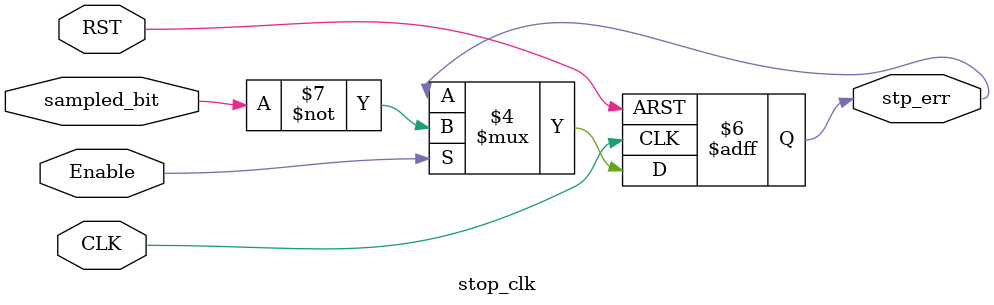
<source format=sv>
module stop_clk (
  input  logic  CLK,
  input  logic  RST,
  input  logic  sampled_bit,
  input  logic  Enable, 
  output logic  stp_err
);

  always_ff @(posedge CLK or negedge RST) begin
    if (!RST) begin
      stp_err <= 1'b0;
    end
    else if (Enable) begin
      stp_err <= 1'b1 ^ sampled_bit;
    end
  end

endmodule
</source>
